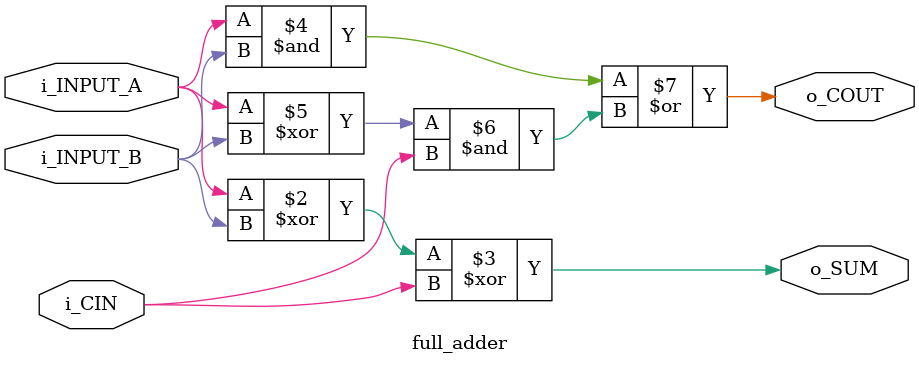
<source format=v>

`default_nettype none
module full_adder (
	input wire i_INPUT_A,
	input wire i_INPUT_B,
	input wire i_CIN,
	output reg o_SUM,
	output reg o_COUT
);

always@(*)
begin
	o_SUM = i_INPUT_A ^ i_INPUT_B ^ i_CIN;
	o_COUT = (i_INPUT_A & i_INPUT_B) | (i_INPUT_A ^ i_INPUT_B) & i_CIN;
end

`ifdef FORMAL

	wire [2:0] fw_incat;
	assign fw_incat = {i_INPUT_A,i_INPUT_B,i_CIN};
	always@(*)
	begin
		if(fw_incat == 1 || fw_incat == 2 || fw_incat == 4 || fw_incat == 7)
			assert(o_SUM);
		else
			assert(~o_SUM);
		if(fw_incat == 6 || fw_incat == 5 || fw_incat == 3 || fw_incat == 7)
			assert(o_COUT);
		else
			assert(~o_COUT);
	end
`endif
endmodule

</source>
